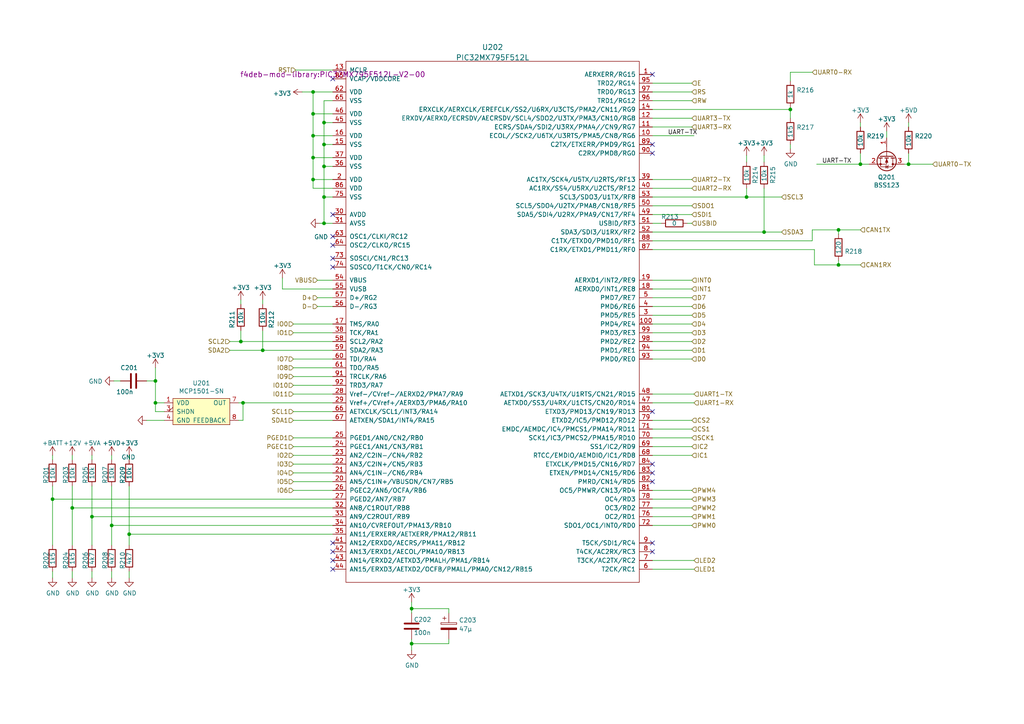
<source format=kicad_sch>
(kicad_sch (version 20211123) (generator eeschema)
  (paper "A4")
  (title_block (title "CPU CUBE") (date "2022-12-25") (rev "V2.10") (company "CUBEDEB") (comment 1 "CPU"))
  (lib_symbols
    (symbol "CEN-SCHEMA:PIC32MX795F512L" (pin_names (offset 1.016))
      (property "Reference" "U" (at 6.35 6.35 0))
      (property "Value" "PIC32MX795F512L" (at 62.23 6.35 0))
      (symbol "PIC32MX795F512L_0_1"
        (rectangle (start 3.81 3.81) (end 88.9 -147.32))
      )
      (symbol "PIC32MX795F512L_1_1"
        (pin input line (at 92.71 0 180) (length 3.81) (name "AERXERR/RG15") (number "1"))
        (pin input line (at 92.71 -17.78 180) (length 3.81) (name "ECOL//SCK2/U6TX/U3RTS/PMA5/CN8/RG6") (number "10"))
        (pin input line (at 92.71 -72.39 180) (length 3.81) (name "PMD4/RE4") (number "100"))
        (pin input line (at 92.71 -15.24 180) (length 3.81) (name "ECRS/SDA4/SDI2/U3RX/PMA4//CN9/RG7") (number "11"))
        (pin input line (at 92.71 -12.7 180) (length 3.81) (name "ERXDV/AERXD/ECRSDV/AECRSDV/SCL4/SDO2/U3TX/PMA3/CN10/RG8") (number "12"))
        (pin input line (at 0 1.27 0) (length 3.81) (name "MCLR") (number "13"))
        (pin input line (at 92.71 -10.16 180) (length 3.81) (name "ERXCLK/AERXCLK/EREFCLK/SS2/U6RX/U3CTS/PMA2/CN11/RG9") (number "14"))
        (pin input line (at 0 -20.32 0) (length 3.81) (name "VSS") (number "15"))
        (pin input line (at 0 -17.78 0) (length 3.81) (name "VDD") (number "16"))
        (pin input line (at 0 -72.39 0) (length 3.81) (name "TMS/RA0") (number "17"))
        (pin input line (at 92.71 -62.23 180) (length 3.81) (name "AERXD0/INT1/RE8") (number "18"))
        (pin input line (at 92.71 -59.69 180) (length 3.81) (name "AERXD1/INT2/RE9") (number "19"))
        (pin input line (at 0 -30.48 0) (length 3.81) (name "VDD") (number "2"))
        (pin input line (at 0 -118.11 0) (length 3.81) (name "AN5/C1IN+/VBUSON/CN7/RB5") (number "20"))
        (pin input line (at 0 -115.57 0) (length 3.81) (name "AN4/C1IN-/CN6/RB4") (number "21"))
        (pin input line (at 0 -113.03 0) (length 3.81) (name "AN3/C2IN+/CN5/RB3") (number "22"))
        (pin input line (at 0 -110.49 0) (length 3.81) (name "AN2/C2IN-/CN4/RB2") (number "23"))
        (pin input line (at 0 -107.95 0) (length 3.81) (name "PGEC1/AN1/CN3/RB1") (number "24"))
        (pin input line (at 0 -105.41 0) (length 3.81) (name "PGED1/AN0/CN2/RB0") (number "25"))
        (pin input line (at 0 -120.65 0) (length 3.81) (name "PGEC2/AN6/OCFA/RB6") (number "26"))
        (pin input line (at 0 -123.19 0) (length 3.81) (name "PGED2/AN7/RB7") (number "27"))
        (pin input line (at 0 -92.71 0) (length 3.81) (name "Vref-/CVref-/AERXD2/PMA7/RA9") (number "28"))
        (pin input line (at 0 -95.25 0) (length 3.81) (name "Vref+/CVref+/AERXD3/PMA6/RA10") (number "29"))
        (pin input line (at 92.71 -69.85 180) (length 3.81) (name "PMD5/RE5") (number "3"))
        (pin input line (at 0 -40.64 0) (length 3.81) (name "AVDD") (number "30"))
        (pin input line (at 0 -43.18 0) (length 3.81) (name "AVSS") (number "31"))
        (pin input line (at 0 -125.73 0) (length 3.81) (name "AN8/C1ROUT/RB8") (number "32"))
        (pin input line (at 0 -128.27 0) (length 3.81) (name "AN9/C2ROUT/RB9") (number "33"))
        (pin input line (at 0 -130.81 0) (length 3.81) (name "AN10/CVREFOUT/PMA13/RB10") (number "34"))
        (pin input line (at 0 -133.35 0) (length 3.81) (name "AN11/ERXERR/AETXERR/PMA12/RB11") (number "35"))
        (pin input line (at 0 -26.67 0) (length 3.81) (name "VSS") (number "36"))
        (pin input line (at 0 -24.13 0) (length 3.81) (name "VDD") (number "37"))
        (pin input line (at 0 -74.93 0) (length 3.81) (name "TCK/RA1") (number "38"))
        (pin input line (at 92.71 -30.48 180) (length 3.81) (name "AC1TX/SCK4/U5TX/U2RTS/RF13") (number "39"))
        (pin input line (at 92.71 -67.31 180) (length 3.81) (name "PMD6/RE6") (number "4"))
        (pin input line (at 92.71 -33.02 180) (length 3.81) (name "AC1RX/SS4/U5RX/U2CTS/RF12") (number "40"))
        (pin input line (at 0 -135.89 0) (length 3.81) (name "AN12/ERXD0/AECRS/PMA11/RB12") (number "41"))
        (pin input line (at 0 -138.43 0) (length 3.81) (name "AN13/ERXD1/AECOL/PMA10/RB13") (number "42"))
        (pin input line (at 0 -140.97 0) (length 3.81) (name "AN14/ERXD2/AETXD3/PMALH/PMA1/RB14") (number "43"))
        (pin input line (at 0 -143.51 0) (length 3.81) (name "AN15/ERXD3/AETXD2/OCFB/PMALL/PMA0/CN12/RB15") (number "44"))
        (pin input line (at 0 -13.97 0) (length 3.81) (name "VSS") (number "45"))
        (pin input line (at 0 -11.43 0) (length 3.81) (name "VDD") (number "46"))
        (pin input line (at 92.71 -95.25 180) (length 3.81) (name "AETXD0/SS3/U4RX/U1CTS/CN20/RD14") (number "47"))
        (pin input line (at 92.71 -92.71 180) (length 3.81) (name "AETXD1/SCK3/U4TX/U1RTS/CN21/RD15") (number "48"))
        (pin input line (at 92.71 -40.64 180) (length 3.81) (name "SDA5/SDI4/U2RX/PMA9/CN17/RF4") (number "49"))
        (pin input line (at 92.71 -64.77 180) (length 3.81) (name "PMD7/RE7") (number "5"))
        (pin input line (at 92.71 -38.1 180) (length 3.81) (name "SCL5/SDO4/U2TX/PMA8/CN18/RF5") (number "50"))
        (pin input line (at 92.71 -43.18 180) (length 3.81) (name "USBID/RF3") (number "51"))
        (pin input line (at 92.71 -45.72 180) (length 3.81) (name "SDA3/SDI3/U1RX/RF2") (number "52"))
        (pin input line (at 92.71 -35.56 180) (length 3.81) (name "SCL3/SDO3/U1TX/RF8") (number "53"))
        (pin input line (at 0 -59.69 0) (length 3.81) (name "VBUS") (number "54"))
        (pin input line (at 0 -62.23 0) (length 3.81) (name "VUSB") (number "55"))
        (pin input line (at 0 -67.31 0) (length 3.81) (name "D-/RG3") (number "56"))
        (pin input line (at 0 -64.77 0) (length 3.81) (name "D+/RG2") (number "57"))
        (pin input line (at 0 -77.47 0) (length 3.81) (name "SCL2/RA2") (number "58"))
        (pin input line (at 0 -80.01 0) (length 3.81) (name "SDA2/RA3") (number "59"))
        (pin input line (at 92.71 -143.51 180) (length 3.81) (name "T2CK/RC1") (number "6"))
        (pin input line (at 0 -82.55 0) (length 3.81) (name "TDI/RA4") (number "60"))
        (pin input line (at 0 -85.09 0) (length 3.81) (name "TDO/RA5") (number "61"))
        (pin input line (at 0 -5.08 0) (length 3.81) (name "VDD") (number "62"))
        (pin input line (at 0 -46.99 0) (length 3.81) (name "OSC1/CLKI/RC12") (number "63"))
        (pin input line (at 0 -49.53 0) (length 3.81) (name "OSC2/CLKO/RC15") (number "64"))
        (pin input line (at 0 -7.62 0) (length 3.81) (name "VSS") (number "65"))
        (pin input line (at 0 -97.79 0) (length 3.81) (name "AETXCLK/SCL1/INT3/RA14") (number "66"))
        (pin input line (at 0 -100.33 0) (length 3.81) (name "AETXEN/SDA1/INT4/RA15") (number "67"))
        (pin input line (at 92.71 -110.49 180) (length 3.81) (name "RTCC/EMDIO/AEMDIO/IC1/RD8") (number "68"))
        (pin input line (at 92.71 -107.95 180) (length 3.81) (name "SS1/IC2/RD9") (number "69"))
        (pin input line (at 92.71 -140.97 180) (length 3.81) (name "T3CK/AC2TX/RC2") (number "7"))
        (pin input line (at 92.71 -105.41 180) (length 3.81) (name "SCK1/IC3/PMCS2/PMA15/RD10") (number "70"))
        (pin input line (at 92.71 -102.87 180) (length 3.81) (name "EMDC/AEMDC/IC4/PMCS1/PMA14/RD11") (number "71"))
        (pin input line (at 92.71 -130.81 180) (length 3.81) (name "SDO1/OC1/INT0/RD0") (number "72"))
        (pin input line (at 0 -53.34 0) (length 3.81) (name "SOSCI/CN1/RC13") (number "73"))
        (pin input line (at 0 -55.88 0) (length 3.81) (name "SOSCO/T1CK/CN0/RC14") (number "74"))
        (pin input line (at 0 -35.56 0) (length 3.81) (name "VSS") (number "75"))
        (pin input line (at 92.71 -128.27 180) (length 3.81) (name "OC2/RD1") (number "76"))
        (pin input line (at 92.71 -125.73 180) (length 3.81) (name "OC3/RD2") (number "77"))
        (pin input line (at 92.71 -123.19 180) (length 3.81) (name "OC4/RD3") (number "78"))
        (pin input line (at 92.71 -100.33 180) (length 3.81) (name "ETXD2/IC5/PMD12/RD12") (number "79"))
        (pin input line (at 92.71 -138.43 180) (length 3.81) (name "T4CK/AC2RX/RC3") (number "8"))
        (pin input line (at 92.71 -97.79 180) (length 3.81) (name "ETXD3/PMD13/CN19/RD13") (number "80"))
        (pin input line (at 92.71 -120.65 180) (length 3.81) (name "OC5/PMWR/CN13/RD4") (number "81"))
        (pin input line (at 92.71 -118.11 180) (length 3.81) (name "PMRD/CN14/RD5") (number "82"))
        (pin input line (at 92.71 -115.57 180) (length 3.81) (name "ETXEN/PMD14/CN15/RD6") (number "83"))
        (pin input line (at 92.71 -113.03 180) (length 3.81) (name "ETXCLK/PMD15/CN16/RD7") (number "84"))
        (pin input line (at 0 -1.27 0) (length 3.81) (name "VCAP/VDDCORE") (number "85"))
        (pin input line (at 0 -33.02 0) (length 3.81) (name "VDD") (number "86"))
        (pin input line (at 92.71 -50.8 180) (length 3.81) (name "C1RX/ETXD1/PMD11/RF0") (number "87"))
        (pin input line (at 92.71 -48.26 180) (length 3.81) (name "C1TX/ETXD0/PMD10/RF1") (number "88"))
        (pin input line (at 92.71 -20.32 180) (length 3.81) (name "C2TX/ETXERR/PMD9/RG1") (number "89"))
        (pin input line (at 92.71 -135.89 180) (length 3.81) (name "T5CK/SDI1/RC4") (number "9"))
        (pin input line (at 92.71 -22.86 180) (length 3.81) (name "C2RX/PMD8/RG0") (number "90"))
        (pin input line (at 0 -87.63 0) (length 3.81) (name "TRCLK/RA6") (number "91"))
        (pin input line (at 0 -90.17 0) (length 3.81) (name "TRD3/RA7") (number "92"))
        (pin input line (at 92.71 -82.55 180) (length 3.81) (name "PMD0/RE0") (number "93"))
        (pin input line (at 92.71 -80.01 180) (length 3.81) (name "PMD1/RE1") (number "94"))
        (pin input line (at 92.71 -2.54 180) (length 3.81) (name "TRD2/RG14") (number "95"))
        (pin input line (at 92.71 -7.62 180) (length 3.81) (name "TRD1/RG12") (number "96"))
        (pin input line (at 92.71 -5.08 180) (length 3.81) (name "TRD0/RG13") (number "97"))
        (pin input line (at 92.71 -77.47 180) (length 3.81) (name "PMD2/RE2") (number "98"))
        (pin input line (at 92.71 -74.93 180) (length 3.81) (name "PMD3/RE3") (number "99"))
      )
    )
    (symbol "Device:C" (pin_numbers hide) (pin_names (offset 0.254))
      (property "Reference" "C" (at 0.635 2.54 0))
      (property "Value" "C" (at 0.635 -2.54 0))
      (symbol "C_0_1"
        (polyline (pts (xy -2.032 -0.762) (xy 2.032 -0.762)) (stroke (width 0.508)))
        (polyline (pts (xy -2.032 0.762) (xy 2.032 0.762)) (stroke (width 0.508)))
      )
      (symbol "C_1_1"
        (pin passive line (at 0 3.81 270) (length 2.794) (name "~") (number "1"))
        (pin passive line (at 0 -3.81 90) (length 2.794) (name "~") (number "2"))
      )
    )
    (symbol "Device:C_Polarized" (pin_numbers hide) (pin_names (offset 0.254))
      (property "Reference" "C" (at 0.635 2.54 0))
      (property "Value" "C_Polarized" (at 0.635 -2.54 0))
      (symbol "C_Polarized_0_1"
        (rectangle (start -2.286 0.508) (end 2.286 1.016))
        (polyline (pts (xy -1.778 2.286) (xy -0.762 2.286)))
        (polyline (pts (xy -1.27 2.794) (xy -1.27 1.778)))
        (rectangle (start 2.286 -0.508) (end -2.286 -1.016) (fill (type outline)))
      )
      (symbol "C_Polarized_1_1"
        (pin passive line (at 0 3.81 270) (length 2.794) (name "~") (number "1"))
        (pin passive line (at 0 -3.81 90) (length 2.794) (name "~") (number "2"))
      )
    )
    (symbol "Device:R" (pin_numbers hide) (pin_names (offset 0))
      (property "Reference" "R" (at 2.032 0 90))
      (property "Value" "R" (at 0 0 90))
      (symbol "R_0_1"
        (rectangle (start -1.016 -2.54) (end 1.016 2.54) (stroke (width 0.254)))
      )
      (symbol "R_1_1"
        (pin passive line (at 0 3.81 270) (length 1.27) (name "~") (number "1"))
        (pin passive line (at 0 -3.81 90) (length 1.27) (name "~") (number "2"))
      )
    )
    (symbol "PIC32MZ_EF_100-rescue:MCP1501-CEN-SCHEMA" (pin_names (offset 1.016))
      (property "Reference" "U" (at -6.35 6.35 0))
      (property "Value" "MCP1501-CEN-SCHEMA" (at -6.35 6.35 0))
      (symbol "MCP1501-CEN-SCHEMA_0_1"
        (rectangle (start -8.89 3.81) (end 7.62 -3.81) (fill (type background)))
      )
      (symbol "MCP1501-CEN-SCHEMA_1_1"
        (pin input line (at -11.43 2.54 0) (length 2.54) (name "VDD") (number "1"))
        (pin input output_low (at -11.43 0 0) (length 2.54) (name "SHDN") (number "3"))
        (pin input line (at -11.43 -2.54 0) (length 2.54) (name "GND") (number "4"))
        (pin input line (at -11.43 -2.54 0) (length 2.54) hide (name "GND") (number "5"))
        (pin input line (at -11.43 -2.54 0) (length 2.54) hide (name "GND") (number "6"))
        (pin input line (at 10.16 2.54 180) (length 2.54) (name "OUT") (number "7"))
        (pin input line (at 10.16 -2.54 180) (length 2.54) (name "FEEDBACK") (number "8"))
      )
    )
    (symbol "Transistor_FET:2N7002" (pin_names hide)
      (property "Reference" "Q" (at 5.08 1.905 0))
      (property "Value" "2N7002" (at 5.08 0 0))
      (symbol "2N7002_0_1"
        (polyline (pts (xy 0.254 0) (xy -2.54 0)))
        (polyline (pts (xy 0.254 1.905) (xy 0.254 -1.905)) (stroke (width 0.254)))
        (polyline (pts (xy 0.762 -1.27) (xy 0.762 -2.286)) (stroke (width 0.254)))
        (polyline (pts (xy 0.762 0.508) (xy 0.762 -0.508)) (stroke (width 0.254)))
        (polyline (pts (xy 0.762 2.286) (xy 0.762 1.27)) (stroke (width 0.254)))
        (polyline (pts (xy 2.54 2.54) (xy 2.54 1.778)))
        (polyline (pts (xy 2.54 -2.54) (xy 2.54 0) (xy 0.762 0)))
        (polyline (pts (xy 0.762 -1.778) (xy 3.302 -1.778) (xy 3.302 1.778) (xy 0.762 1.778)))
        (polyline (pts (xy 1.016 0) (xy 2.032 0.381) (xy 2.032 -0.381) (xy 1.016 0)) (fill (type outline)))
        (polyline (pts (xy 2.794 0.508) (xy 2.921 0.381) (xy 3.683 0.381) (xy 3.81 0.254)))
        (polyline (pts (xy 3.302 0.381) (xy 2.921 -0.254) (xy 3.683 -0.254) (xy 3.302 0.381)))
        (circle (center 1.651 0) (radius 2.794) (stroke (width 0.254)))
        (circle (center 2.54 -1.778) (radius 0.254) (fill (type outline)))
        (circle (center 2.54 1.778) (radius 0.254) (fill (type outline)))
      )
      (symbol "2N7002_1_1"
        (pin input line (at -5.08 0 0) (length 2.54) (name "G") (number "1"))
        (pin passive line (at 2.54 -5.08 90) (length 2.54) (name "S") (number "2"))
        (pin passive line (at 2.54 5.08 270) (length 2.54) (name "D") (number "3"))
      )
    )
    (symbol "power:+12V" (power) (pin_names (offset 0))
      (property "Value" "+12V" (at 0 3.556 0))
      (symbol "+12V_0_1"
        (polyline (pts (xy -0.762 1.27) (xy 0 2.54)))
        (polyline (pts (xy 0 0) (xy 0 2.54)))
        (polyline (pts (xy 0 2.54) (xy 0.762 1.27)))
      )
      (symbol "+12V_1_1"
        (pin power_in line (at 0 0 90) (length 0) hide (name "+12V") (number "1"))
      )
    )
    (symbol "power:+3.3V" (power) (pin_names (offset 0))
      (property "Value" "+3.3V" (at 0 3.556 0))
      (symbol "+3.3V_0_1"
        (polyline (pts (xy -0.762 1.27) (xy 0 2.54)))
        (polyline (pts (xy 0 0) (xy 0 2.54)))
        (polyline (pts (xy 0 2.54) (xy 0.762 1.27)))
      )
      (symbol "+3.3V_1_1"
        (pin power_in line (at 0 0 90) (length 0) hide (name "+3V3") (number "1"))
      )
    )
    (symbol "power:+5VA" (power) (pin_names (offset 0))
      (property "Value" "+5VA" (at 0 3.556 0))
      (symbol "+5VA_0_1"
        (polyline (pts (xy -0.762 1.27) (xy 0 2.54)))
        (polyline (pts (xy 0 0) (xy 0 2.54)))
        (polyline (pts (xy 0 2.54) (xy 0.762 1.27)))
      )
      (symbol "+5VA_1_1"
        (pin power_in line (at 0 0 90) (length 0) hide (name "+5VA") (number "1"))
      )
    )
    (symbol "power:+5VD" (power) (pin_names (offset 0))
      (property "Value" "+5VD" (at 0 3.556 0))
      (symbol "+5VD_0_1"
        (polyline (pts (xy -0.762 1.27) (xy 0 2.54)))
        (polyline (pts (xy 0 0) (xy 0 2.54)))
        (polyline (pts (xy 0 2.54) (xy 0.762 1.27)))
      )
      (symbol "+5VD_1_1"
        (pin power_in line (at 0 0 90) (length 0) hide (name "+5VD") (number "1"))
      )
    )
    (symbol "power:+BATT" (power) (pin_names (offset 0))
      (property "Value" "+BATT" (at 0 3.556 0))
      (symbol "+BATT_0_1"
        (polyline (pts (xy -0.762 1.27) (xy 0 2.54)))
        (polyline (pts (xy 0 0) (xy 0 2.54)))
        (polyline (pts (xy 0 2.54) (xy 0.762 1.27)))
      )
      (symbol "+BATT_1_1"
        (pin power_in line (at 0 0 90) (length 0) hide (name "+BATT") (number "1"))
      )
    )
    (symbol "power:GND" (power) (pin_names (offset 0))
      (property "Value" "GND" (at 0 -3.81 0))
      (symbol "GND_0_1"
        (polyline (pts (xy 0 0) (xy 0 -1.27) (xy 1.27 -1.27) (xy 0 -2.54) (xy -1.27 -1.27) (xy 0 -1.27)))
      )
      (symbol "GND_1_1"
        (pin power_in line (at 0 0 270) (length 0) hide (name "GND") (number "1"))
      )
    )
  )
  (junction (at 45.085 110.49))
  (junction (at 243.205 66.675))
  (junction (at 243.205 76.835))
  (junction (at 45.085 116.84))
  (junction (at 216.535 57.15))
  (junction (at 90.805 45.72))
  (junction (at 93.98 41.91))
  (junction (at 20.955 147.32))
  (junction (at 76.2 101.6))
  (junction (at 93.98 35.56))
  (junction (at 90.805 52.07))
  (junction (at 15.24 144.78))
  (junction (at 90.805 26.67))
  (junction (at 221.615 67.31))
  (junction (at 93.98 48.26))
  (junction (at 90.805 39.37))
  (junction (at 32.385 152.4))
  (junction (at 119.38 176.53))
  (junction (at 93.98 57.15))
  (junction (at 229.235 31.75))
  (junction (at 37.465 154.94))
  (junction (at 249.555 47.625))
  (junction (at 70.485 116.84))
  (junction (at 90.805 33.02))
  (junction (at 263.525 47.625))
  (junction (at 69.85 99.06))
  (junction (at 119.38 186.69))
  (junction (at 26.67 149.86))
  (junction (at 93.98 64.77))
  (no_connect (at 189.23 119.38))
  (no_connect (at 189.23 41.91))
  (no_connect (at 189.23 44.45))
  (no_connect (at 189.23 21.59))
  (no_connect (at 96.52 165.1))
  (no_connect (at 96.52 157.48))
  (no_connect (at 96.52 162.56))
  (no_connect (at 96.52 160.02))
  (no_connect (at 189.23 160.02))
  (no_connect (at 189.23 157.48))
  (no_connect (at 189.23 139.7))
  (no_connect (at 189.23 137.16))
  (no_connect (at 189.23 134.62))
  (no_connect (at 96.52 22.86))
  (no_connect (at 96.52 74.93))
  (no_connect (at 96.52 71.12))
  (no_connect (at 96.52 77.47))
  (no_connect (at 96.52 62.23))
  (no_connect (at 96.52 68.58))
  (wire (pts (xy 249.555 35.56) (xy 249.555 36.83)))
  (wire (pts (xy 229.235 41.91) (xy 229.235 43.18)))
  (wire (pts (xy 96.52 111.76) (xy 85.09 111.76)))
  (wire (pts (xy 189.23 116.84) (xy 201.295 116.84)))
  (wire (pts (xy 96.52 86.36) (xy 92.075 86.36)))
  (wire (pts (xy 96.52 142.24) (xy 85.09 142.24)))
  (wire (pts (xy 96.52 134.62) (xy 85.09 134.62)))
  (wire (pts (xy 119.38 186.69) (xy 119.38 188.595)))
  (wire (pts (xy 200.66 144.78) (xy 189.23 144.78)))
  (wire (pts (xy 200.66 36.83) (xy 189.23 36.83)))
  (wire (pts (xy 235.585 66.675) (xy 243.205 66.675)))
  (wire (pts (xy 37.465 165.735) (xy 37.465 167.64)))
  (wire (pts (xy 189.23 129.54) (xy 200.66 129.54)))
  (wire (pts (xy 85.09 93.98) (xy 96.52 93.98)))
  (wire (pts (xy 216.535 57.15) (xy 216.535 54.61)))
  (wire (pts (xy 47.625 121.92) (xy 42.545 121.92)))
  (wire (pts (xy 200.66 99.06) (xy 189.23 99.06)))
  (wire (pts (xy 70.485 116.84) (xy 70.485 121.92)))
  (wire (pts (xy 200.66 132.08) (xy 189.23 132.08)))
  (wire (pts (xy 26.67 165.735) (xy 26.67 167.64)))
  (wire (pts (xy 263.525 35.56) (xy 263.525 36.83)))
  (wire (pts (xy 189.23 69.85) (xy 235.585 69.85)))
  (wire (pts (xy 69.85 86.995) (xy 69.85 88.265)))
  (wire (pts (xy 96.52 45.72) (xy 90.805 45.72)))
  (wire (pts (xy 96.52 33.02) (xy 90.805 33.02)))
  (wire (pts (xy 243.205 67.945) (xy 243.205 66.675)))
  (wire (pts (xy 93.98 64.77) (xy 96.52 64.77)))
  (wire (pts (xy 93.98 41.91) (xy 93.98 48.26)))
  (wire (pts (xy 32.385 152.4) (xy 96.52 152.4)))
  (wire (pts (xy 189.23 91.44) (xy 200.66 91.44)))
  (wire (pts (xy 216.535 46.99) (xy 216.535 45.085)))
  (wire (pts (xy 200.66 93.98) (xy 189.23 93.98)))
  (wire (pts (xy 66.675 99.06) (xy 69.85 99.06)))
  (wire (pts (xy 189.23 101.6) (xy 200.66 101.6)))
  (wire (pts (xy 221.615 67.31) (xy 221.615 54.61)))
  (wire (pts (xy 200.66 127) (xy 189.23 127)))
  (wire (pts (xy 81.915 80.645) (xy 81.915 83.82)))
  (wire (pts (xy 130.175 185.42) (xy 130.175 186.69)))
  (wire (pts (xy 257.175 38.1) (xy 257.175 40.005)))
  (wire (pts (xy 189.23 72.39) (xy 236.22 72.39)))
  (wire (pts (xy 119.38 177.8) (xy 119.38 176.53)))
  (wire (pts (xy 96.52 52.07) (xy 90.805 52.07)))
  (wire (pts (xy 45.085 116.84) (xy 45.085 119.38)))
  (wire (pts (xy 96.52 127) (xy 85.09 127)))
  (wire (pts (xy 200.66 124.46) (xy 189.23 124.46)))
  (wire (pts (xy 93.98 48.26) (xy 93.98 57.15)))
  (wire (pts (xy 96.52 48.26) (xy 93.98 48.26)))
  (wire (pts (xy 96.52 83.82) (xy 81.915 83.82)))
  (wire (pts (xy 200.66 88.9) (xy 189.23 88.9)))
  (wire (pts (xy 20.955 165.735) (xy 20.955 167.64)))
  (wire (pts (xy 189.23 57.15) (xy 216.535 57.15)))
  (wire (pts (xy 93.98 57.15) (xy 93.98 64.77)))
  (wire (pts (xy 263.525 47.625) (xy 263.525 44.45)))
  (wire (pts (xy 119.38 185.42) (xy 119.38 186.69)))
  (wire (pts (xy 200.66 147.32) (xy 189.23 147.32)))
  (wire (pts (xy 20.955 133.35) (xy 20.955 132.08)))
  (wire (pts (xy 189.23 67.31) (xy 221.615 67.31)))
  (wire (pts (xy 93.98 29.21) (xy 96.52 29.21)))
  (wire (pts (xy 20.955 140.97) (xy 20.955 147.32)))
  (wire (pts (xy 189.23 114.3) (xy 201.295 114.3)))
  (wire (pts (xy 37.465 133.35) (xy 37.465 132.08)))
  (wire (pts (xy 263.525 47.625) (xy 270.51 47.625)))
  (wire (pts (xy 221.615 67.31) (xy 226.695 67.31)))
  (wire (pts (xy 76.2 86.995) (xy 76.2 88.265)))
  (wire (pts (xy 85.09 109.22) (xy 96.52 109.22)))
  (wire (pts (xy 32.385 152.4) (xy 32.385 158.115)))
  (wire (pts (xy 37.465 154.94) (xy 96.52 154.94)))
  (wire (pts (xy 96.52 20.32) (xy 85.725 20.32)))
  (wire (pts (xy 90.805 45.72) (xy 90.805 52.07)))
  (wire (pts (xy 85.09 132.08) (xy 96.52 132.08)))
  (wire (pts (xy 34.925 110.49) (xy 33.02 110.49)))
  (wire (pts (xy 90.805 26.67) (xy 90.805 33.02)))
  (wire (pts (xy 90.805 26.67) (xy 87.63 26.67)))
  (wire (pts (xy 76.2 101.6) (xy 96.52 101.6)))
  (wire (pts (xy 90.805 33.02) (xy 90.805 39.37)))
  (wire (pts (xy 189.23 34.29) (xy 200.66 34.29)))
  (wire (pts (xy 200.66 59.69) (xy 189.23 59.69)))
  (wire (pts (xy 96.52 121.92) (xy 85.09 121.92)))
  (wire (pts (xy 229.235 31.75) (xy 229.235 31.115)))
  (wire (pts (xy 189.23 81.28) (xy 200.66 81.28)))
  (wire (pts (xy 26.67 149.86) (xy 26.67 158.115)))
  (wire (pts (xy 201.295 162.56) (xy 189.23 162.56)))
  (wire (pts (xy 69.215 116.84) (xy 70.485 116.84)))
  (wire (pts (xy 189.23 24.13) (xy 200.66 24.13)))
  (wire (pts (xy 221.615 46.99) (xy 221.615 45.085)))
  (wire (pts (xy 235.585 20.955) (xy 229.235 20.955)))
  (wire (pts (xy 85.09 137.16) (xy 96.52 137.16)))
  (wire (pts (xy 243.205 76.835) (xy 249.555 76.835)))
  (wire (pts (xy 189.23 64.77) (xy 191.77 64.77)))
  (wire (pts (xy 42.545 110.49) (xy 45.085 110.49)))
  (wire (pts (xy 92.71 64.77) (xy 93.98 64.77)))
  (wire (pts (xy 85.09 119.38) (xy 96.52 119.38)))
  (wire (pts (xy 47.625 116.84) (xy 45.085 116.84)))
  (wire (pts (xy 85.09 129.54) (xy 96.52 129.54)))
  (wire (pts (xy 26.67 149.86) (xy 96.52 149.86)))
  (wire (pts (xy 200.66 29.21) (xy 189.23 29.21)))
  (wire (pts (xy 200.66 26.67) (xy 189.23 26.67)))
  (wire (pts (xy 96.52 116.84) (xy 70.485 116.84)))
  (wire (pts (xy 201.295 39.37) (xy 189.23 39.37)))
  (wire (pts (xy 229.235 34.29) (xy 229.235 31.75)))
  (wire (pts (xy 189.23 86.36) (xy 200.66 86.36)))
  (wire (pts (xy 189.23 31.75) (xy 229.235 31.75)))
  (wire (pts (xy 32.385 140.97) (xy 32.385 152.4)))
  (wire (pts (xy 70.485 121.92) (xy 69.215 121.92)))
  (wire (pts (xy 200.66 152.4) (xy 189.23 152.4)))
  (wire (pts (xy 189.23 83.82) (xy 200.66 83.82)))
  (wire (pts (xy 236.22 72.39) (xy 236.22 76.835)))
  (wire (pts (xy 15.24 144.78) (xy 96.52 144.78)))
  (wire (pts (xy 96.52 39.37) (xy 90.805 39.37)))
  (wire (pts (xy 15.24 144.78) (xy 15.24 158.115)))
  (wire (pts (xy 119.38 176.53) (xy 130.175 176.53)))
  (wire (pts (xy 26.67 133.35) (xy 26.67 132.08)))
  (wire (pts (xy 37.465 140.97) (xy 37.465 154.94)))
  (wire (pts (xy 90.805 54.61) (xy 96.52 54.61)))
  (wire (pts (xy 200.66 104.14) (xy 189.23 104.14)))
  (wire (pts (xy 119.38 176.53) (xy 119.38 174.625)))
  (wire (pts (xy 96.52 35.56) (xy 93.98 35.56)))
  (wire (pts (xy 85.09 114.3) (xy 96.52 114.3)))
  (wire (pts (xy 229.235 20.955) (xy 229.235 23.495)))
  (wire (pts (xy 130.175 186.69) (xy 119.38 186.69)))
  (wire (pts (xy 32.385 133.35) (xy 32.385 132.08)))
  (wire (pts (xy 199.39 64.77) (xy 200.66 64.77)))
  (wire (pts (xy 93.98 35.56) (xy 93.98 41.91)))
  (wire (pts (xy 20.955 147.32) (xy 20.955 158.115)))
  (wire (pts (xy 189.23 52.07) (xy 200.66 52.07)))
  (wire (pts (xy 189.23 62.23) (xy 200.66 62.23)))
  (wire (pts (xy 189.23 121.92) (xy 200.66 121.92)))
  (wire (pts (xy 93.98 41.91) (xy 96.52 41.91)))
  (wire (pts (xy 15.24 133.35) (xy 15.24 132.08)))
  (wire (pts (xy 26.67 140.97) (xy 26.67 149.86)))
  (wire (pts (xy 243.205 66.675) (xy 249.555 66.675)))
  (wire (pts (xy 45.085 106.68) (xy 45.085 110.49)))
  (wire (pts (xy 216.535 57.15) (xy 226.695 57.15)))
  (wire (pts (xy 189.23 149.86) (xy 200.66 149.86)))
  (wire (pts (xy 15.24 140.97) (xy 15.24 144.78)))
  (wire (pts (xy 96.52 96.52) (xy 85.09 96.52)))
  (wire (pts (xy 45.085 110.49) (xy 45.085 116.84)))
  (wire (pts (xy 76.2 95.885) (xy 76.2 101.6)))
  (wire (pts (xy 69.85 95.885) (xy 69.85 99.06)))
  (wire (pts (xy 96.52 57.15) (xy 93.98 57.15)))
  (wire (pts (xy 90.805 26.67) (xy 96.52 26.67)))
  (wire (pts (xy 20.955 147.32) (xy 96.52 147.32)))
  (wire (pts (xy 32.385 165.735) (xy 32.385 167.64)))
  (wire (pts (xy 249.555 47.625) (xy 249.555 44.45)))
  (wire (pts (xy 130.175 177.8) (xy 130.175 176.53)))
  (wire (pts (xy 252.095 47.625) (xy 249.555 47.625)))
  (wire (pts (xy 201.295 165.1) (xy 189.23 165.1)))
  (wire (pts (xy 69.85 99.06) (xy 96.52 99.06)))
  (wire (pts (xy 90.805 39.37) (xy 90.805 45.72)))
  (wire (pts (xy 96.52 88.9) (xy 92.075 88.9)))
  (wire (pts (xy 236.855 47.625) (xy 249.555 47.625)))
  (wire (pts (xy 262.255 47.625) (xy 263.525 47.625)))
  (wire (pts (xy 92.075 81.28) (xy 96.52 81.28)))
  (wire (pts (xy 93.98 29.21) (xy 93.98 35.56)))
  (wire (pts (xy 37.465 154.94) (xy 37.465 158.115)))
  (wire (pts (xy 66.675 101.6) (xy 76.2 101.6)))
  (wire (pts (xy 96.52 139.7) (xy 85.09 139.7)))
  (wire (pts (xy 235.585 69.85) (xy 235.585 66.675)))
  (wire (pts (xy 85.09 104.14) (xy 96.52 104.14)))
  (wire (pts (xy 189.23 142.24) (xy 200.66 142.24)))
  (wire (pts (xy 243.205 75.565) (xy 243.205 76.835)))
  (wire (pts (xy 200.66 54.61) (xy 189.23 54.61)))
  (wire (pts (xy 236.22 76.835) (xy 243.205 76.835)))
  (wire (pts (xy 90.805 52.07) (xy 90.805 54.61)))
  (wire (pts (xy 189.23 96.52) (xy 200.66 96.52)))
  (wire (pts (xy 45.085 119.38) (xy 47.625 119.38)))
  (wire (pts (xy 15.24 165.735) (xy 15.24 167.64)))
  (wire (pts (xy 96.52 106.68) (xy 85.09 106.68)))
  (label "UART-TX" (at 193.675 39.37 0))
  (label "UART-TX" (at 247.015 47.625 180))
  (hierarchical_label "E" (shape input) (at 200.66 24.13 0))
  (hierarchical_label "IO3" (shape input) (at 85.09 134.62 180))
  (hierarchical_label "UART1-TX" (shape input) (at 201.295 114.3 0))
  (hierarchical_label "RS" (shape input) (at 200.66 26.67 0))
  (hierarchical_label "PWM1" (shape input) (at 200.66 149.86 0))
  (hierarchical_label "IO0" (shape input) (at 85.09 93.98 180))
  (hierarchical_label "D2" (shape input) (at 200.66 99.06 0))
  (hierarchical_label "IO7" (shape input) (at 85.09 104.14 180))
  (hierarchical_label "UART2-RX" (shape input) (at 200.66 54.61 0))
  (hierarchical_label "UART1-RX" (shape input) (at 201.295 116.84 0))
  (hierarchical_label "IO11" (shape input) (at 85.09 114.3 180))
  (hierarchical_label "D0" (shape input) (at 200.66 104.14 0))
  (hierarchical_label "D3" (shape input) (at 200.66 96.52 0))
  (hierarchical_label "IO10" (shape input) (at 85.09 111.76 180))
  (hierarchical_label "SCK1" (shape input) (at 200.66 127 0))
  (hierarchical_label "PWM2" (shape input) (at 200.66 147.32 0))
  (hierarchical_label "SDO1" (shape input) (at 200.66 59.69 0))
  (hierarchical_label "D6" (shape input) (at 200.66 88.9 0))
  (hierarchical_label "SCL1" (shape input) (at 85.09 119.38 180))
  (hierarchical_label "IO4" (shape input) (at 85.09 137.16 180))
  (hierarchical_label "SDA3" (shape input) (at 226.695 67.31 0))
  (hierarchical_label "USBID" (shape input) (at 200.66 64.77 0))
  (hierarchical_label "UART3-RX" (shape input) (at 200.66 36.83 0))
  (hierarchical_label "PGEC1" (shape input) (at 85.09 129.54 180))
  (hierarchical_label "IO1" (shape input) (at 85.09 96.52 180))
  (hierarchical_label "D7" (shape input) (at 200.66 86.36 0))
  (hierarchical_label "IC1" (shape input) (at 200.66 132.08 0))
  (hierarchical_label "D+" (shape input) (at 92.075 86.36 180))
  (hierarchical_label "IO2" (shape input) (at 85.09 132.08 180))
  (hierarchical_label "SCL3" (shape input) (at 226.695 57.15 0))
  (hierarchical_label "CAN1TX" (shape input) (at 249.555 66.675 0))
  (hierarchical_label "PGED1" (shape input) (at 85.09 127 180))
  (hierarchical_label "D1" (shape input) (at 200.66 101.6 0))
  (hierarchical_label "UART3-TX" (shape input) (at 200.66 34.29 0))
  (hierarchical_label "CAN1RX" (shape input) (at 249.555 76.835 0))
  (hierarchical_label "RST" (shape input) (at 85.725 20.32 180))
  (hierarchical_label "IO9" (shape input) (at 85.09 109.22 180))
  (hierarchical_label "PWM4" (shape input) (at 200.66 142.24 0))
  (hierarchical_label "SDA2" (shape input) (at 66.675 101.6 180))
  (hierarchical_label "VBUS" (shape input) (at 92.075 81.28 180))
  (hierarchical_label "UART0-TX" (shape input) (at 270.51 47.625 0))
  (hierarchical_label "CS2" (shape input) (at 200.66 121.92 0))
  (hierarchical_label "SDA1" (shape input) (at 85.09 121.92 180))
  (hierarchical_label "D-" (shape input) (at 92.075 88.9 180))
  (hierarchical_label "PWM3" (shape input) (at 200.66 144.78 0))
  (hierarchical_label "IO8" (shape input) (at 85.09 106.68 180))
  (hierarchical_label "UART0-RX" (shape input) (at 235.585 20.955 0))
  (hierarchical_label "LED1" (shape input) (at 201.295 165.1 0))
  (hierarchical_label "IO6" (shape input) (at 85.09 142.24 180))
  (hierarchical_label "IO5" (shape input) (at 85.09 139.7 180))
  (hierarchical_label "D5" (shape input) (at 200.66 91.44 0))
  (hierarchical_label "INT0" (shape input) (at 200.66 81.28 0))
  (hierarchical_label "D4" (shape input) (at 200.66 93.98 0))
  (hierarchical_label "PWM0" (shape input) (at 200.66 152.4 0))
  (hierarchical_label "INT1" (shape input) (at 200.66 83.82 0))
  (hierarchical_label "IC2" (shape input) (at 200.66 129.54 0))
  (hierarchical_label "SCL2" (shape input) (at 66.675 99.06 180))
  (hierarchical_label "RW" (shape input) (at 200.66 29.21 0))
  (hierarchical_label "UART2-TX" (shape input) (at 200.66 52.07 0))
  (hierarchical_label "SDI1" (shape input) (at 200.66 62.23 0))
  (hierarchical_label "LED2" (shape input) (at 201.295 162.56 0))
  (hierarchical_label "CS1" (shape input) (at 200.66 124.46 0))
  (symbol (lib_id "PIC32MZ_EF_100-rescue:MCP1501-CEN-SCHEMA") (at 59.055 119.38 0) (unit 1)
    (property "Reference" "U201" (at 58.42 111.125 0))
    (property "Value" "MCP1501-SN" (at 58.42 113.4364 0))
    (property "Footprint" "Package_SO:SOIC-8_3.9x4.9mm_P1.27mm" (effects hide))
  )
  (symbol (lib_id "power:GND") (at 42.545 121.92 270) (mirror x) (unit 1)
    (property "Reference" "#PWR0212" (effects hide))
    (property "Value" "~" (at 39.2938 132.588 90) (effects (justify right)))
  )
  (symbol (lib_id "Device:C") (at 119.38 181.61 0) (unit 1)
    (property "Reference" "C202" (at 120.015 179.705 0) (effects (justify left)))
    (property "Value" "100n" (at 120.015 183.515 0) (effects (justify left)))
    (property "Footprint" "Capacitor_SMD:C_0603_1608Metric" (effects hide))
  )
  (symbol (lib_id "Device:R") (at 229.235 27.305 0) (unit 1)
    (property "Reference" "R216" (at 231.013 26.1366 0) (effects (justify left)))
    (property "Value" "1k" (at 229.235 28.575 90) (effects (justify left)))
    (property "Footprint" "Resistor_SMD:R_0603_1608Metric" (effects hide))
  )
  (symbol (lib_id "Device:R") (at 229.235 38.1 0) (unit 1)
    (property "Reference" "R217" (at 231.013 36.9316 0) (effects (justify left)))
    (property "Value" "1k5" (at 229.235 40.005 90) (effects (justify left)))
    (property "Footprint" "Resistor_SMD:R_0603_1608Metric" (effects hide))
  )
  (symbol (lib_id "Transistor_FET:2N7002") (at 257.175 45.085 270) (unit 1)
    (property "Reference" "Q201" (at 257.175 51.4096 90))
    (property "Value" "BSS123" (at 257.175 53.721 90))
    (property "Footprint" "Package_TO_SOT_SMD:SOT-23" (effects hide))
    (property "Datasheet" "https://www.onsemi.com/pub/Collateral/NDS7002A-D.PDF" (effects hide))
  )
  (symbol (lib_id "power:GND") (at 119.38 188.595 0) (unit 1)
    (property "Reference" "#PWR0220" (effects hide))
    (property "Value" "~" (at 119.507 192.9892 0))
  )
  (symbol (lib_id "Device:R") (at 263.525 40.64 0) (unit 1)
    (property "Reference" "R220" (at 265.303 39.4716 0) (effects (justify left)))
    (property "Value" "10k" (at 263.525 42.545 90) (effects (justify left)))
    (property "Footprint" "Resistor_SMD:R_0603_1608Metric" (effects hide))
  )
  (symbol (lib_id "Device:R") (at 249.555 40.64 180) (unit 1)
    (property "Reference" "R219" (at 251.333 39.4716 0) (effects (justify right)))
    (property "Value" "10k" (at 249.555 42.545 90) (effects (justify right)))
    (property "Footprint" "Resistor_SMD:R_0603_1608Metric" (effects hide))
  )
  (symbol (lib_id "power:GND") (at 229.235 43.18 0) (unit 1)
    (property "Reference" "#PWR0223" (effects hide))
    (property "Value" "~" (at 229.362 47.5742 0))
  )
  (symbol (lib_id "Device:R") (at 243.205 71.755 0) (mirror x) (unit 1)
    (property "Reference" "R218" (at 244.983 72.9234 0) (effects (justify left)))
    (property "Value" "120" (at 243.205 69.85 90) (effects (justify left)))
    (property "Footprint" "Resistor_SMD:R_1206_3216Metric" (effects hide))
  )
  (symbol (lib_id "Device:R") (at 15.24 137.16 0) (unit 1)
    (property "Reference" "R201" (at 13.335 140.335 90) (effects (justify left)))
    (property "Value" "10k" (at 15.24 139.065 90) (effects (justify left)))
    (property "Footprint" "Resistor_SMD:R_0603_1608Metric" (effects hide))
  )
  (symbol (lib_id "power:GND") (at 15.24 167.64 0) (unit 1)
    (property "Reference" "#PWR0202" (effects hide))
    (property "Value" "~" (at 15.367 172.0342 0))
  )
  (symbol (lib_id "power:GND") (at 20.955 167.64 0) (unit 1)
    (property "Reference" "#PWR0204" (effects hide))
    (property "Value" "~" (at 21.082 172.0342 0))
  )
  (symbol (lib_id "power:GND") (at 26.67 167.64 0) (unit 1)
    (property "Reference" "#PWR0206" (effects hide))
    (property "Value" "~" (at 26.797 172.0342 0))
  )
  (symbol (lib_id "power:GND") (at 32.385 167.64 0) (unit 1)
    (property "Reference" "#PWR0208" (effects hide))
    (property "Value" "~" (at 32.512 172.0342 0))
  )
  (symbol (lib_id "Device:R") (at 37.465 137.16 0) (unit 1)
    (property "Reference" "R209" (at 35.56 140.335 90) (effects (justify left)))
    (property "Value" "10k" (at 37.465 139.065 90) (effects (justify left)))
    (property "Footprint" "Resistor_SMD:R_0603_1608Metric" (effects hide))
  )
  (symbol (lib_id "Device:R") (at 37.465 161.925 0) (unit 1)
    (property "Reference" "R210" (at 35.56 165.1 90) (effects (justify left)))
    (property "Value" "4k7" (at 37.465 163.83 90) (effects (justify left)))
    (property "Footprint" "Resistor_SMD:R_0603_1608Metric" (effects hide))
  )
  (symbol (lib_id "power:GND") (at 37.465 167.64 0) (unit 1)
    (property "Reference" "#PWR0211" (effects hide))
    (property "Value" "~" (at 37.592 172.0342 0))
  )
  (symbol (lib_id "Device:R") (at 195.58 64.77 270) (unit 1)
    (property "Reference" "R213" (at 194.31 62.865 90))
    (property "Value" "0" (at 195.58 64.77 90))
    (property "Footprint" "Resistor_SMD:R_0603_1608Metric" (effects hide))
  )
  (symbol (lib_id "Device:R") (at 20.955 137.16 0) (unit 1)
    (property "Reference" "R203" (at 19.05 140.335 90) (effects (justify left)))
    (property "Value" "10k" (at 20.955 139.065 90) (effects (justify left)))
    (property "Footprint" "Resistor_SMD:R_0603_1608Metric" (effects hide))
  )
  (symbol (lib_id "Device:R") (at 26.67 137.16 0) (unit 1)
    (property "Reference" "R205" (at 24.765 140.335 90) (effects (justify left)))
    (property "Value" "10k" (at 26.67 139.065 90) (effects (justify left)))
    (property "Footprint" "Resistor_SMD:R_0603_1608Metric" (effects hide))
  )
  (symbol (lib_id "Device:R") (at 32.385 137.16 0) (unit 1)
    (property "Reference" "R207" (at 30.48 140.335 90) (effects (justify left)))
    (property "Value" "10k" (at 32.385 139.065 90) (effects (justify left)))
    (property "Footprint" "Resistor_SMD:R_0603_1608Metric" (effects hide))
  )
  (symbol (lib_id "Device:R") (at 15.24 161.925 0) (unit 1)
    (property "Reference" "R202" (at 13.335 165.1 90) (effects (justify left)))
    (property "Value" "1k5" (at 15.24 163.83 90) (effects (justify left)))
    (property "Footprint" "Resistor_SMD:R_0603_1608Metric" (effects hide))
  )
  (symbol (lib_id "Device:R") (at 20.955 161.925 0) (unit 1)
    (property "Reference" "R204" (at 19.05 165.1 90) (effects (justify left)))
    (property "Value" "1k5" (at 20.955 163.83 90) (effects (justify left)))
    (property "Footprint" "Resistor_SMD:R_0603_1608Metric" (effects hide))
  )
  (symbol (lib_id "Device:R") (at 26.67 161.925 0) (unit 1)
    (property "Reference" "R206" (at 24.765 165.1 90) (effects (justify left)))
    (property "Value" "4k7" (at 26.67 163.83 90) (effects (justify left)))
    (property "Footprint" "Resistor_SMD:R_0603_1608Metric" (effects hide))
  )
  (symbol (lib_id "Device:R") (at 32.385 161.925 0) (unit 1)
    (property "Reference" "R208" (at 30.48 165.1 90) (effects (justify left)))
    (property "Value" "4k7" (at 32.385 163.83 90) (effects (justify left)))
    (property "Footprint" "Resistor_SMD:R_0603_1608Metric" (effects hide))
  )
  (symbol (lib_id "power:GND") (at 92.71 64.77 270) (unit 1)
    (property "Reference" "#PWR0218" (effects hide))
    (property "Value" "~" (at 95.1738 68.707 90) (effects (justify right)))
  )
  (symbol (lib_id "Device:R") (at 216.535 50.8 0) (unit 1)
    (property "Reference" "R214" (at 219.075 53.34 90) (effects (justify left)))
    (property "Value" "10k" (at 216.535 52.705 90) (effects (justify left)))
    (property "Footprint" "Resistor_SMD:R_0603_1608Metric" (effects hide))
  )
  (symbol (lib_id "Device:R") (at 221.615 50.8 0) (unit 1)
    (property "Reference" "R215" (at 224.155 53.34 90) (effects (justify left)))
    (property "Value" "10k" (at 221.615 52.705 90) (effects (justify left)))
    (property "Footprint" "Resistor_SMD:R_0603_1608Metric" (effects hide))
  )
  (symbol (lib_id "Device:R") (at 69.85 92.075 0) (unit 1)
    (property "Reference" "R211" (at 67.31 95.25 90) (effects (justify left)))
    (property "Value" "10k" (at 69.85 93.98 90) (effects (justify left)))
    (property "Footprint" "Resistor_SMD:R_0603_1608Metric" (effects hide))
  )
  (symbol (lib_id "Device:R") (at 76.2 92.075 0) (unit 1)
    (property "Reference" "R212" (at 78.74 95.25 90) (effects (justify left)))
    (property "Value" "10k" (at 76.2 93.98 90) (effects (justify left)))
    (property "Footprint" "Resistor_SMD:R_0603_1608Metric" (effects hide))
  )
  (symbol (lib_id "Device:C") (at 38.735 110.49 270) (unit 1)
    (property "Reference" "C201" (at 37.465 106.68 90))
    (property "Value" "100n" (at 36.195 113.665 90))
    (property "Footprint" "Capacitor_SMD:C_0603_1608Metric" (effects hide))
  )
  (symbol (lib_id "power:GND") (at 33.02 110.49 270) (unit 1)
    (property "Reference" "#PWR0209" (effects hide))
    (property "Value" "~" (at 29.7688 110.617 90) (effects (justify right)))
  )
  (symbol (lib_id "Device:C_Polarized") (at 130.175 181.61 0) (unit 1)
    (property "Reference" "C203" (at 133.096 179.8863 0) (effects (justify left)))
    (property "Value" "47µ" (at 133.096 182.4232 0) (effects (justify left)))
    (property "Footprint" "Capacitor_Tantalum_SMD:CP_EIA-7343-30_AVX-N_Pad2.25x2.55mm_HandSolder" (effects hide))
  )
  (symbol (lib_id "power:+12V") (at 20.955 132.08 0) (unit 1)
    (property "Reference" "#PWR0203" (effects hide))
    (property "Value" "+12V" (at 20.955 128.5042 0))
  )
  (symbol (lib_id "power:+3.3V") (at 221.615 45.085 0) (unit 1)
    (property "Reference" "#PWR0222" (effects hide))
    (property "Value" "+3.3V" (at 221.615 41.529 0))
  )
  (symbol (lib_id "power:+3.3V") (at 76.2 86.995 0) (unit 1)
    (property "Reference" "#PWR0215" (effects hide))
    (property "Value" "+3.3V" (at 76.2 83.4192 0))
  )
  (symbol (lib_id "power:+3.3V") (at 216.535 45.085 0) (unit 1)
    (property "Reference" "#PWR0221" (effects hide))
    (property "Value" "+3.3V" (at 216.535 41.5092 0))
  )
  (symbol (lib_id "CEN-SCHEMA:PIC32MX795F512L") (at 96.52 21.59 0) (unit 1)
    (property "Reference" "U202" (at 142.875 13.6959 0) (effects (font (size 1.524 1.524))))
    (property "Value" "PIC32MX795F512L" (at 142.875 16.6893 0) (effects (font (size 1.524 1.524))))
    (property "Footprint" "f4deb-mod-library:PIC32MX795F512L-V2-00" (at 96.52 21.59 0) (effects (font (size 1.524 1.524))))
  )
  (symbol (lib_id "power:+5VD") (at 32.385 132.08 0) (unit 1)
    (property "Reference" "#PWR0205" (effects hide))
    (property "Value" "+5VD" (at 32.385 128.5042 0))
  )
  (symbol (lib_id "power:+3.3V") (at 119.38 174.625 0) (unit 1)
    (property "Reference" "#PWR0141" (effects hide))
    (property "Value" "+3.3V" (at 119.38 171.0492 0))
  )
  (symbol (lib_id "power:+3.3V") (at 45.085 106.68 0) (unit 1)
    (property "Reference" "#PWR0213" (effects hide))
    (property "Value" "+3.3V" (at 45.085 103.1042 0))
  )
  (symbol (lib_id "power:+3.3V") (at 257.175 38.1 0) (unit 1)
    (property "Reference" "#PWR0225" (effects hide))
    (property "Value" "+3.3V" (at 257.175 34.5242 0))
  )
  (symbol (lib_id "power:+3.3V") (at 37.465 132.08 0) (unit 1)
    (property "Reference" "#PWR0210" (effects hide))
    (property "Value" "+3.3V" (at 37.465 128.5042 0))
  )
  (symbol (lib_id "power:+3.3V") (at 249.555 35.56 0) (unit 1)
    (property "Reference" "#PWR0224" (effects hide))
    (property "Value" "+3.3V" (at 249.555 31.9842 0))
  )
  (symbol (lib_id "power:+3.3V") (at 81.915 80.645 0) (unit 1)
    (property "Reference" "#PWR0216" (effects hide))
    (property "Value" "+3.3V" (at 81.915 77.0692 0))
  )
  (symbol (lib_id "power:+5VD") (at 263.525 35.56 0) (unit 1)
    (property "Reference" "#PWR0142" (effects hide))
    (property "Value" "+5VD" (at 263.525 31.9842 0))
  )
  (symbol (lib_id "power:+3.3V") (at 87.63 26.67 90) (unit 1)
    (property "Reference" "#PWR0217" (effects hide))
    (property "Value" "+3.3V" (at 84.455 27.1038 90) (effects (justify left)))
  )
  (symbol (lib_id "power:+5VA") (at 26.67 132.08 0) (unit 1)
    (property "Reference" "#PWR0140" (effects hide))
    (property "Value" "+5VA" (at 26.67 128.5042 0))
  )
  (symbol (lib_id "power:+3.3V") (at 69.85 86.995 0) (unit 1)
    (property "Reference" "#PWR0214" (effects hide))
    (property "Value" "+3.3V" (at 69.85 83.4192 0))
  )
  (symbol (lib_id "power:+BATT") (at 15.24 132.08 0) (unit 1)
    (property "Reference" "#PWR0201" (effects hide))
    (property "Value" "+BATT" (at 15.24 128.5042 0))
  )
)
</source>
